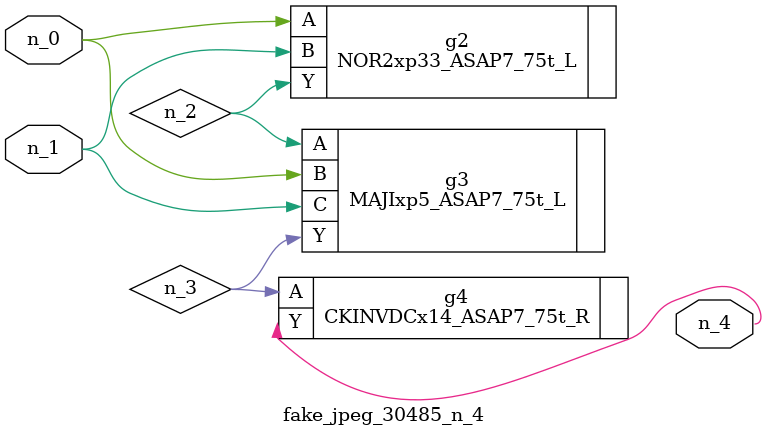
<source format=v>
module fake_jpeg_30485_n_4 (n_0, n_1, n_4);

input n_0;
input n_1;

output n_4;

wire n_2;
wire n_3;

NOR2xp33_ASAP7_75t_L g2 ( 
.A(n_0),
.B(n_1),
.Y(n_2)
);

MAJIxp5_ASAP7_75t_L g3 ( 
.A(n_2),
.B(n_0),
.C(n_1),
.Y(n_3)
);

CKINVDCx14_ASAP7_75t_R g4 ( 
.A(n_3),
.Y(n_4)
);


endmodule
</source>
